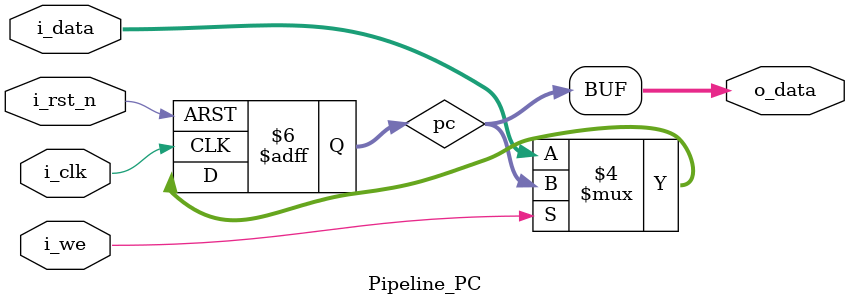
<source format=v>
`timescale 1ns/1ps

module Pipeline_PC(	i_clk,
			i_rst_n,
			i_we,
			i_data,
			o_data
		 );

input i_clk;
input i_rst_n;
input i_we;
input [29:0] i_data;

output [29:0] o_data;

reg [29:0] pc;

always@(posedge i_clk, negedge i_rst_n) begin
	if(!i_rst_n)
		pc <= 0;
	else if(!i_we)
		pc <= i_data;
end

assign o_data = pc;

endmodule
</source>
